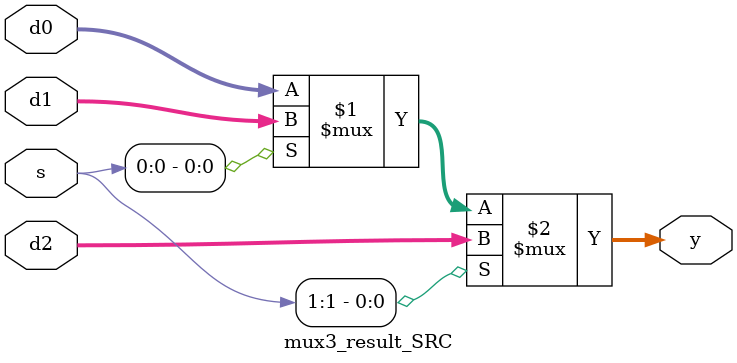
<source format=sv>
 module mux3_result_SRC #(parameter WIDTH = 8)
                     (input    logic [WIDTH-1:0] d0, d1, d2,
                        input    logic [1:0]             s,
                        output logic [WIDTH-1:0] y);
     assign y = s[1] ? d2 : (s[0] ? d1 : d0);
 endmodule
</source>
